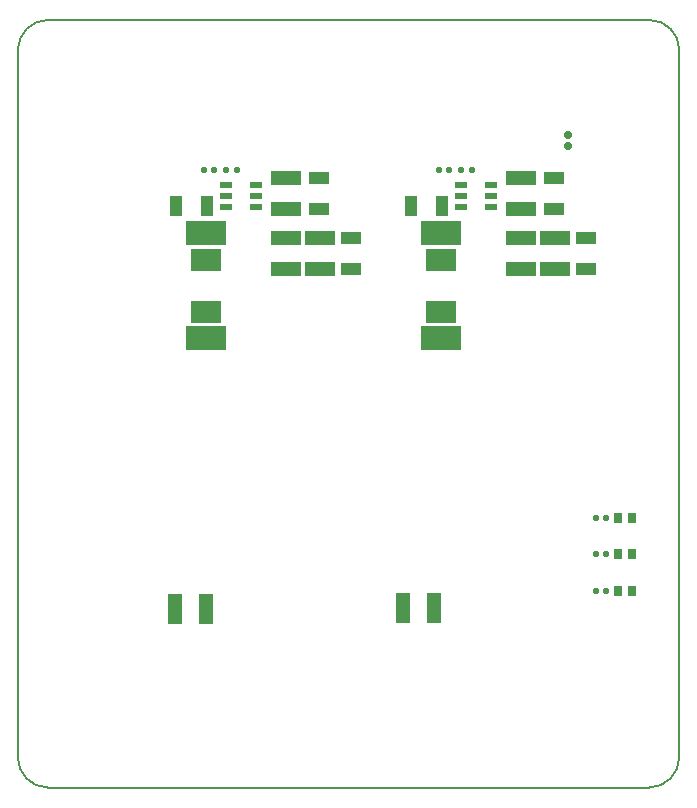
<source format=gtp>
G04*
G04 #@! TF.GenerationSoftware,Altium Limited,Altium Designer,20.0.9 (164)*
G04*
G04 Layer_Color=8421504*
%FSLAX25Y25*%
%MOIN*%
G70*
G01*
G75*
%ADD11C,0.00787*%
G04:AMPARAMS|DCode=15|XSize=25.2mil|YSize=23.62mil|CornerRadius=5.91mil|HoleSize=0mil|Usage=FLASHONLY|Rotation=90.000|XOffset=0mil|YOffset=0mil|HoleType=Round|Shape=RoundedRectangle|*
%AMROUNDEDRECTD15*
21,1,0.02520,0.01181,0,0,90.0*
21,1,0.01339,0.02362,0,0,90.0*
1,1,0.01181,0.00591,0.00669*
1,1,0.01181,0.00591,-0.00669*
1,1,0.01181,-0.00591,-0.00669*
1,1,0.01181,-0.00591,0.00669*
%
%ADD15ROUNDEDRECTD15*%
%ADD16R,0.03937X0.02362*%
G04:AMPARAMS|DCode=17|XSize=20.47mil|YSize=22.05mil|CornerRadius=5.12mil|HoleSize=0mil|Usage=FLASHONLY|Rotation=180.000|XOffset=0mil|YOffset=0mil|HoleType=Round|Shape=RoundedRectangle|*
%AMROUNDEDRECTD17*
21,1,0.02047,0.01181,0,0,180.0*
21,1,0.01024,0.02205,0,0,180.0*
1,1,0.01024,-0.00512,0.00591*
1,1,0.01024,0.00512,0.00591*
1,1,0.01024,0.00512,-0.00591*
1,1,0.01024,-0.00512,-0.00591*
%
%ADD17ROUNDEDRECTD17*%
%ADD18R,0.02756X0.03347*%
%ADD19R,0.09843X0.07480*%
%ADD20R,0.13780X0.07874*%
%ADD21R,0.06693X0.04331*%
%ADD22R,0.04331X0.06693*%
%ADD23R,0.10433X0.04724*%
%ADD24R,0.04724X0.10433*%
D11*
X438747Y212598D02*
G03*
X448819Y222670I0J10072D01*
G01*
X228346Y222671D02*
G03*
X238419Y212598I10072J0D01*
G01*
X238419Y468504D02*
G03*
X228346Y458432I0J-10072D01*
G01*
X448819Y458507D02*
G03*
X438822Y468504I-9997J0D01*
G01*
X238419Y212598D02*
X438747D01*
X448819Y222670D02*
X448819Y458507D01*
X228346Y222671D02*
X228346Y458432D01*
X238419Y468504D02*
X438822Y468504D01*
D15*
X411811Y430236D02*
D03*
Y426457D02*
D03*
D16*
X297835Y406102D02*
D03*
Y409842D02*
D03*
Y413583D02*
D03*
X307677D02*
D03*
Y409842D02*
D03*
Y406102D02*
D03*
X376181Y406102D02*
D03*
Y409842D02*
D03*
Y413583D02*
D03*
X386024D02*
D03*
Y409842D02*
D03*
Y406102D02*
D03*
D17*
X421102Y302362D02*
D03*
X424567D02*
D03*
X421102Y277953D02*
D03*
X424567Y277953D02*
D03*
X421102Y290551D02*
D03*
X424567Y290551D02*
D03*
X290394Y418504D02*
D03*
X293858D02*
D03*
X297874D02*
D03*
X301339D02*
D03*
X376220Y418504D02*
D03*
X379685D02*
D03*
X368740D02*
D03*
X372205D02*
D03*
D18*
X428346Y302362D02*
D03*
X433071D02*
D03*
X428346Y290551D02*
D03*
X433071D02*
D03*
X428346Y277953D02*
D03*
X433071Y277953D02*
D03*
D19*
X369291Y388583D02*
D03*
Y371260D02*
D03*
X290945Y371260D02*
D03*
Y388583D02*
D03*
D20*
X369291Y362421D02*
D03*
Y397421D02*
D03*
X290945Y397421D02*
D03*
Y362421D02*
D03*
D21*
X407087Y405512D02*
D03*
Y415748D02*
D03*
X328740Y405512D02*
D03*
Y415748D02*
D03*
X339370Y395669D02*
D03*
Y385433D02*
D03*
X417717Y395669D02*
D03*
Y385433D02*
D03*
D22*
X281102Y406299D02*
D03*
X291339D02*
D03*
X359449Y406299D02*
D03*
X369685D02*
D03*
D23*
X317717Y415748D02*
D03*
Y405512D02*
D03*
X317717Y385433D02*
D03*
Y395669D02*
D03*
X329134Y385433D02*
D03*
Y395669D02*
D03*
X396063Y385433D02*
D03*
Y395669D02*
D03*
X407480Y385433D02*
D03*
Y395669D02*
D03*
X396063Y415748D02*
D03*
Y405512D02*
D03*
D24*
X290945Y272047D02*
D03*
X280709D02*
D03*
X366929Y272441D02*
D03*
X356693D02*
D03*
M02*

</source>
